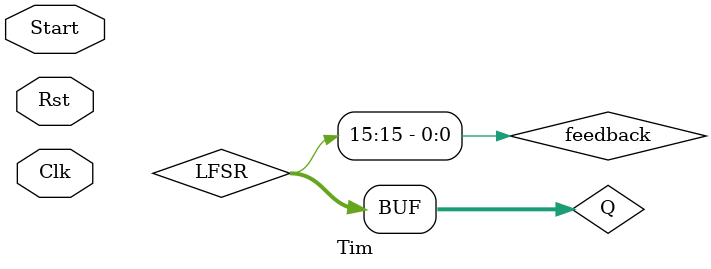
<source format=v>
module Tim(Start,Clk,Rst);
  input Clk,Rst,Start;
  wire [15:0] Q;
  reg [15:0] LFSR;
  wire feedback = LFSR[15];

  always @(posedge Clk)
  begin
    if(Rst==0)
     begin
    LFSR = 16'b 1111111111111111;
     end
    else
     begin
    LFSR[0] <= feedback;
    LFSR[1] <= LFSR[0];
    LFSR[2] <= LFSR[1] ^ feedback;
    LFSR[3] <= LFSR[2] ^ feedback;
    LFSR[4] <= LFSR[3];
    LFSR[5] <= LFSR[4] ^ feedback;
    LFSR[6] <= LFSR[5];
    LFSR[7] <= LFSR[6];
    LFSR[8] <= LFSR[7];
    LFSR[9] <= LFSR[8];
    LFSR[10] <= LFSR[9];
    LFSR[11] <= LFSR[10];
    LFSR[12] <= LFSR[11];
    LFSR[13] <= LFSR[12];
    LFSR[14] <= LFSR[13];
    LFSR[15] <= LFSR[14];
     end
  end
  assign Q = LFSR;
endmodule


</source>
